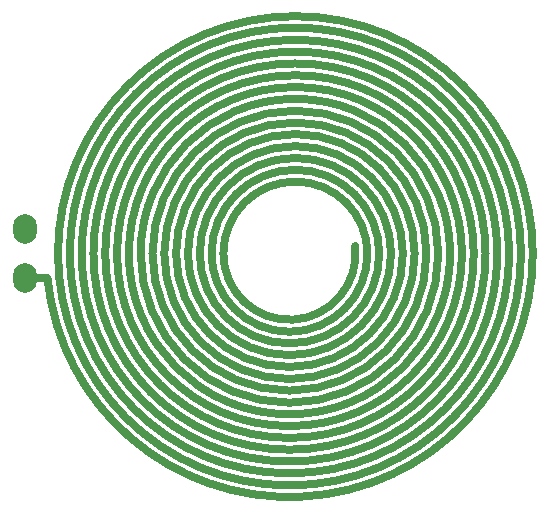
<source format=gbl>
G04 Layer: BottomLayer*
G04 EasyEDA v6.5.22, 2022-10-29 19:00:30*
G04 5be05e293c7e4e71b3140c0fb3691092,8a7c3c78bece4b5180208520edf53e9d,10*
G04 Gerber Generator version 0.2*
G04 Scale: 100 percent, Rotated: No, Reflected: No *
G04 Dimensions in millimeters *
G04 leading zeros omitted , absolute positions ,4 integer and 5 decimal *
%FSLAX45Y45*%
%MOMM*%

%ADD10C,0.7000*%
%ADD11O,1.9999959999999999X2.4999949999999997*%
%ADD12C,0.6096*%

%LPD*%
D10*
X174983Y1960013D02*
G01*
X365556Y1961601D01*
G75*
G01*
X1854990Y2170013D02*
G02*
X3074988Y2170013I609999J0D01*
G75*
G01*
X3074988Y2170013D02*
G02*
X1754993Y2170013I-659998J-1294D01*
G75*
G01*
X1754993Y2170013D02*
G02*
X3174990Y2170013I709998J0D01*
G75*
G01*
X3174990Y2170013D02*
G02*
X1654993Y2170013I-759999J0D01*
G75*
G01*
X1654993Y2170013D02*
G02*
X3274990Y2170013I809998J0D01*
G75*
G01*
X3274990Y2170013D02*
G02*
X1554991Y2170013I-860000J0D01*
G75*
G01*
X1554991Y2170013D02*
G02*
X3374987Y2170013I909998J0D01*
G75*
G01*
X3374987Y2170013D02*
G02*
X1454991Y2170013I-959998J0D01*
G75*
G01*
X1454991Y2170013D02*
G02*
X3474982Y2170013I1009995J2266D01*
G75*
G01*
X3474982Y2170013D02*
G02*
X1354988Y2170013I-1059997J-1640D01*
G75*
G01*
X1354988Y2170013D02*
G02*
X3574989Y2170013I1110001J0D01*
G75*
G01*
X3574989Y2170013D02*
G02*
X1254989Y2170013I-1160000J0D01*
G75*
G01*
X1254989Y2170013D02*
G02*
X3674984Y2170013I1209997J0D01*
G75*
G01*
X3674984Y2170013D02*
G02*
X1154994Y2170013I-1259995J-2530D01*
G75*
G01*
X1154994Y2170013D02*
G02*
X3774989Y2170013I1309997J0D01*
G75*
G01*
X3774989Y2170013D02*
G02*
X1054986Y2170013I-1360001J0D01*
G75*
G01*
X1054986Y2170013D02*
G02*
X3874986Y2170013I1410000J0D01*
G75*
G01*
X3874986Y2170013D02*
G02*
X954992Y2170013I-1459997J0D01*
G75*
G01*
X954992Y2170013D02*
G02*
X3974991Y2170013I1509999J0D01*
G75*
G01*
X3974991Y2170013D02*
G02*
X854989Y2170013I-1560001J0D01*
G75*
G01*
X854989Y2170013D02*
G02*
X4074988Y2170013I1610000J0D01*
G75*
G01*
X4074988Y2170013D02*
G02*
X754995Y2170013I-1659997J0D01*
G75*
G01*
X754995Y2170013D02*
G02*
X4174988Y2170013I1709996J0D01*
G75*
G01*
X4174988Y2170013D02*
G02*
X654987Y2170013I-1760000J0D01*
G75*
G01*
X654987Y2170013D02*
G02*
X4274985Y2170013I1809999J0D01*
G75*
G01*
X4274985Y2170013D02*
G02*
X554993Y2170013I-1859996J0D01*
G75*
G01*
X554993Y2170013D02*
G02*
X4374980Y2170013I1909993J3115D01*
G75*
G01*
X4374980Y2170013D02*
G02*
X454990Y2170013I-1959995J-2231D01*
G75*
G01*
X2971406Y2233257D02*
G02*
X1854990Y2170013I-556417J-63232D01*
G75*
G01*
X454990Y2170013D02*
G02*
X4474982Y2170016I2009996J2D01*
G75*
G01*
X4474982Y2170016D02*
G02*
X365559Y1961599I-2059996J-13D01*
D11*
G01*
X175006Y2380005D03*
G01*
X175006Y1960016D03*
D12*
G01*
X2971418Y2233295D03*
G01*
X2970656Y2100554D03*
M02*

</source>
